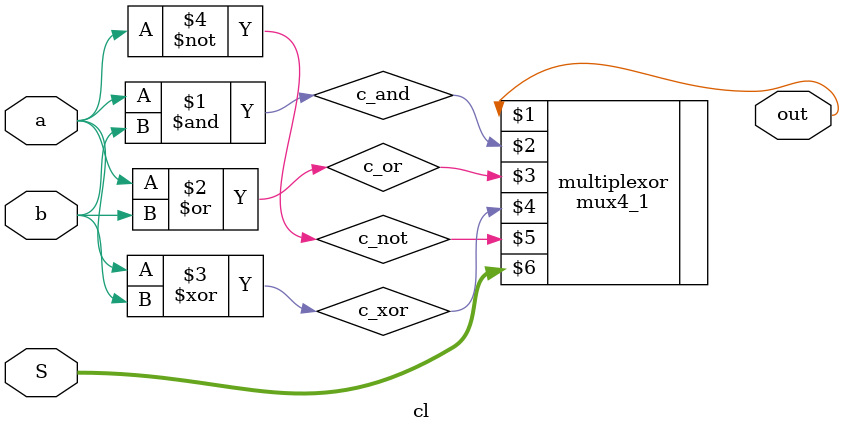
<source format=v>
module cl(output wire out, input wire a, b, input wire [1:0] S);
  
  wire c_and, c_or, c_xor, c_not;
  assign c_and = a & b;
  assign c_or = a|b;
  assign c_xor = a^b;
  assign c_not = ~a;
  mux4_1 multiplexor(out, c_and, c_or, c_xor, c_not, S);
  
endmodule
</source>
